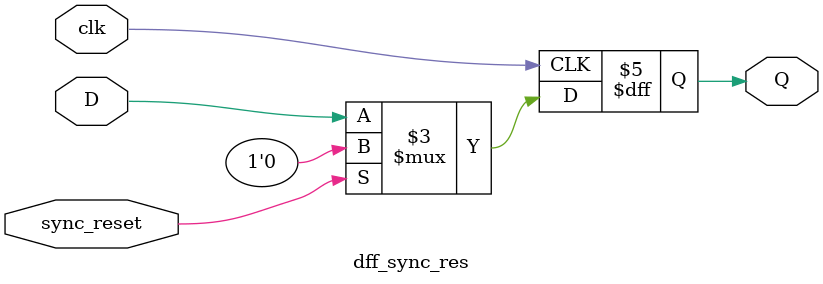
<source format=v>
module dff_sync_res(D, clk, sync_reset, Q);
    input D;
    input clk;
    input sync_reset;
    output reg Q;

    always @(posedge clk) begin
        if (sync_reset) // if reset is 1 than Q equals 0
            Q <= 1'b0;
        else // if reset is 0 than Q equals D
            Q <= D;
    end

endmodule
</source>
